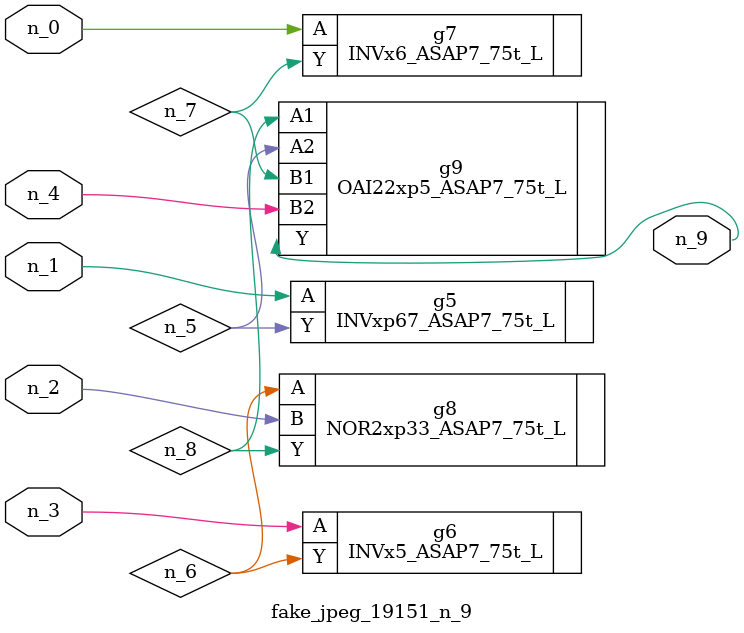
<source format=v>
module fake_jpeg_19151_n_9 (n_3, n_2, n_1, n_0, n_4, n_9);

input n_3;
input n_2;
input n_1;
input n_0;
input n_4;

output n_9;

wire n_8;
wire n_6;
wire n_5;
wire n_7;

INVxp67_ASAP7_75t_L g5 ( 
.A(n_1),
.Y(n_5)
);

INVx5_ASAP7_75t_L g6 ( 
.A(n_3),
.Y(n_6)
);

INVx6_ASAP7_75t_L g7 ( 
.A(n_0),
.Y(n_7)
);

NOR2xp33_ASAP7_75t_L g8 ( 
.A(n_6),
.B(n_2),
.Y(n_8)
);

OAI22xp5_ASAP7_75t_L g9 ( 
.A1(n_8),
.A2(n_5),
.B1(n_7),
.B2(n_4),
.Y(n_9)
);


endmodule
</source>
